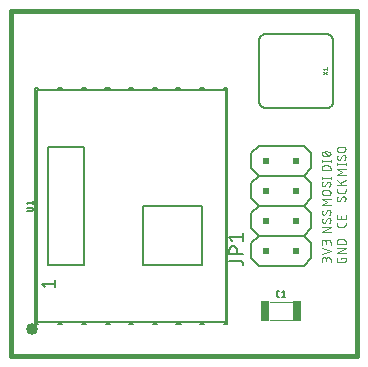
<source format=gto>
G04 EAGLE Gerber X2 export*
G75*
%MOMM*%
%FSLAX34Y34*%
%LPD*%
%AMOC8*
5,1,8,0,0,1.08239X$1,22.5*%
G01*
%ADD10C,0.406400*%
%ADD11C,0.076200*%
%ADD12C,0.127000*%
%ADD13C,0.203200*%
%ADD14C,0.152400*%
%ADD15C,1.016000*%
%ADD16C,0.101600*%
%ADD17R,0.750100X1.700000*%
%ADD18R,0.508000X0.508000*%


D10*
X0Y0D02*
X292610Y0D01*
X292610Y292000D01*
X0Y292000D01*
X0Y0D01*
D11*
X281446Y134982D02*
X281524Y134980D01*
X281602Y134975D01*
X281679Y134965D01*
X281756Y134952D01*
X281832Y134936D01*
X281907Y134916D01*
X281981Y134892D01*
X282054Y134865D01*
X282126Y134834D01*
X282196Y134800D01*
X282265Y134763D01*
X282331Y134722D01*
X282396Y134678D01*
X282458Y134632D01*
X282518Y134582D01*
X282576Y134530D01*
X282631Y134475D01*
X282683Y134417D01*
X282733Y134357D01*
X282779Y134295D01*
X282823Y134230D01*
X282864Y134164D01*
X282901Y134095D01*
X282935Y134025D01*
X282966Y133953D01*
X282993Y133880D01*
X283017Y133806D01*
X283037Y133731D01*
X283053Y133655D01*
X283066Y133578D01*
X283076Y133501D01*
X283081Y133423D01*
X283083Y133345D01*
X283081Y133231D01*
X283076Y133118D01*
X283066Y133004D01*
X283053Y132891D01*
X283036Y132779D01*
X283016Y132667D01*
X282992Y132556D01*
X282964Y132445D01*
X282933Y132336D01*
X282898Y132228D01*
X282859Y132121D01*
X282817Y132015D01*
X282772Y131911D01*
X282723Y131808D01*
X282670Y131707D01*
X282615Y131608D01*
X282556Y131510D01*
X282494Y131415D01*
X282429Y131322D01*
X282361Y131230D01*
X282290Y131142D01*
X282216Y131055D01*
X282139Y130971D01*
X282060Y130890D01*
X277354Y131094D02*
X277276Y131096D01*
X277198Y131101D01*
X277121Y131111D01*
X277044Y131124D01*
X276968Y131140D01*
X276893Y131160D01*
X276819Y131184D01*
X276746Y131211D01*
X276674Y131242D01*
X276604Y131276D01*
X276536Y131313D01*
X276469Y131354D01*
X276404Y131398D01*
X276342Y131444D01*
X276282Y131494D01*
X276224Y131546D01*
X276169Y131601D01*
X276117Y131659D01*
X276067Y131719D01*
X276021Y131781D01*
X275977Y131846D01*
X275936Y131913D01*
X275899Y131981D01*
X275865Y132051D01*
X275834Y132123D01*
X275807Y132196D01*
X275783Y132270D01*
X275763Y132345D01*
X275747Y132421D01*
X275734Y132498D01*
X275724Y132575D01*
X275719Y132653D01*
X275717Y132731D01*
X275719Y132841D01*
X275725Y132950D01*
X275735Y133060D01*
X275748Y133168D01*
X275766Y133277D01*
X275787Y133384D01*
X275813Y133491D01*
X275842Y133597D01*
X275874Y133702D01*
X275911Y133805D01*
X275951Y133907D01*
X275995Y134008D01*
X276043Y134107D01*
X276093Y134204D01*
X276148Y134299D01*
X276206Y134392D01*
X276267Y134483D01*
X276331Y134572D01*
X278786Y131913D02*
X278744Y131847D01*
X278700Y131782D01*
X278652Y131720D01*
X278602Y131660D01*
X278549Y131602D01*
X278493Y131547D01*
X278435Y131494D01*
X278374Y131445D01*
X278311Y131398D01*
X278246Y131354D01*
X278179Y131314D01*
X278110Y131277D01*
X278039Y131243D01*
X277967Y131212D01*
X277893Y131185D01*
X277818Y131161D01*
X277743Y131141D01*
X277666Y131125D01*
X277589Y131112D01*
X277511Y131102D01*
X277432Y131097D01*
X277354Y131095D01*
X280013Y134163D02*
X280055Y134230D01*
X280099Y134295D01*
X280147Y134357D01*
X280197Y134417D01*
X280250Y134475D01*
X280306Y134530D01*
X280365Y134582D01*
X280425Y134632D01*
X280489Y134679D01*
X280554Y134722D01*
X280621Y134763D01*
X280690Y134800D01*
X280761Y134834D01*
X280833Y134865D01*
X280907Y134892D01*
X280981Y134916D01*
X281057Y134936D01*
X281134Y134952D01*
X281211Y134965D01*
X281289Y134975D01*
X281368Y134980D01*
X281446Y134982D01*
X280014Y134163D02*
X278786Y131913D01*
X283083Y139575D02*
X283083Y141212D01*
X283083Y139575D02*
X283081Y139497D01*
X283076Y139419D01*
X283066Y139342D01*
X283053Y139265D01*
X283037Y139189D01*
X283017Y139114D01*
X282993Y139040D01*
X282966Y138967D01*
X282935Y138895D01*
X282901Y138825D01*
X282864Y138757D01*
X282823Y138690D01*
X282779Y138625D01*
X282733Y138563D01*
X282683Y138503D01*
X282631Y138445D01*
X282576Y138390D01*
X282518Y138338D01*
X282458Y138288D01*
X282396Y138242D01*
X282331Y138198D01*
X282265Y138157D01*
X282196Y138120D01*
X282126Y138086D01*
X282054Y138055D01*
X281981Y138028D01*
X281907Y138004D01*
X281832Y137984D01*
X281756Y137968D01*
X281679Y137955D01*
X281602Y137945D01*
X281524Y137940D01*
X281446Y137938D01*
X277354Y137938D01*
X277274Y137940D01*
X277194Y137946D01*
X277114Y137956D01*
X277035Y137969D01*
X276956Y137987D01*
X276879Y138008D01*
X276803Y138034D01*
X276728Y138063D01*
X276654Y138095D01*
X276582Y138131D01*
X276512Y138171D01*
X276445Y138214D01*
X276379Y138260D01*
X276316Y138310D01*
X276255Y138362D01*
X276196Y138417D01*
X276141Y138476D01*
X276089Y138536D01*
X276039Y138600D01*
X275993Y138665D01*
X275950Y138733D01*
X275910Y138803D01*
X275874Y138875D01*
X275842Y138949D01*
X275813Y139023D01*
X275788Y139100D01*
X275766Y139177D01*
X275748Y139256D01*
X275735Y139335D01*
X275725Y139414D01*
X275719Y139495D01*
X275717Y139575D01*
X275717Y141212D01*
X275717Y144418D02*
X283083Y144418D01*
X280218Y144418D02*
X275717Y148511D01*
X278582Y146055D02*
X283083Y148511D01*
X270383Y127700D02*
X263017Y127700D01*
X267109Y130155D01*
X263017Y132611D01*
X270383Y132611D01*
X268337Y136156D02*
X265063Y136156D01*
X264974Y136158D01*
X264885Y136164D01*
X264796Y136174D01*
X264708Y136187D01*
X264620Y136204D01*
X264533Y136226D01*
X264448Y136251D01*
X264363Y136279D01*
X264280Y136312D01*
X264198Y136348D01*
X264118Y136387D01*
X264040Y136430D01*
X263964Y136476D01*
X263889Y136526D01*
X263817Y136579D01*
X263748Y136635D01*
X263681Y136694D01*
X263616Y136755D01*
X263555Y136820D01*
X263496Y136887D01*
X263440Y136956D01*
X263387Y137028D01*
X263337Y137103D01*
X263291Y137179D01*
X263248Y137257D01*
X263209Y137337D01*
X263173Y137419D01*
X263140Y137502D01*
X263112Y137587D01*
X263087Y137672D01*
X263065Y137759D01*
X263048Y137847D01*
X263035Y137935D01*
X263025Y138024D01*
X263019Y138113D01*
X263017Y138202D01*
X263019Y138291D01*
X263025Y138380D01*
X263035Y138469D01*
X263048Y138557D01*
X263065Y138645D01*
X263087Y138732D01*
X263112Y138817D01*
X263140Y138902D01*
X263173Y138985D01*
X263209Y139067D01*
X263248Y139147D01*
X263291Y139225D01*
X263337Y139301D01*
X263387Y139376D01*
X263440Y139448D01*
X263496Y139517D01*
X263555Y139584D01*
X263616Y139649D01*
X263681Y139710D01*
X263748Y139769D01*
X263817Y139825D01*
X263889Y139878D01*
X263964Y139928D01*
X264040Y139974D01*
X264118Y140017D01*
X264198Y140056D01*
X264280Y140092D01*
X264363Y140125D01*
X264448Y140153D01*
X264533Y140178D01*
X264620Y140200D01*
X264708Y140217D01*
X264796Y140230D01*
X264885Y140240D01*
X264974Y140246D01*
X265063Y140248D01*
X268337Y140248D01*
X268426Y140246D01*
X268515Y140240D01*
X268604Y140230D01*
X268692Y140217D01*
X268780Y140200D01*
X268867Y140178D01*
X268952Y140153D01*
X269037Y140125D01*
X269120Y140092D01*
X269202Y140056D01*
X269282Y140017D01*
X269360Y139974D01*
X269436Y139928D01*
X269511Y139878D01*
X269583Y139825D01*
X269652Y139769D01*
X269719Y139710D01*
X269784Y139649D01*
X269845Y139584D01*
X269904Y139517D01*
X269960Y139448D01*
X270013Y139376D01*
X270063Y139301D01*
X270109Y139225D01*
X270152Y139147D01*
X270191Y139067D01*
X270227Y138985D01*
X270260Y138902D01*
X270288Y138817D01*
X270313Y138732D01*
X270335Y138645D01*
X270352Y138557D01*
X270365Y138469D01*
X270375Y138380D01*
X270381Y138291D01*
X270383Y138202D01*
X270381Y138113D01*
X270375Y138024D01*
X270365Y137935D01*
X270352Y137847D01*
X270335Y137759D01*
X270313Y137672D01*
X270288Y137587D01*
X270260Y137502D01*
X270227Y137419D01*
X270191Y137337D01*
X270152Y137257D01*
X270109Y137179D01*
X270063Y137103D01*
X270013Y137028D01*
X269960Y136956D01*
X269904Y136887D01*
X269845Y136820D01*
X269784Y136755D01*
X269719Y136694D01*
X269652Y136635D01*
X269583Y136579D01*
X269511Y136526D01*
X269436Y136476D01*
X269360Y136430D01*
X269282Y136387D01*
X269202Y136348D01*
X269120Y136312D01*
X269037Y136279D01*
X268952Y136251D01*
X268867Y136226D01*
X268780Y136204D01*
X268692Y136187D01*
X268604Y136174D01*
X268515Y136164D01*
X268426Y136158D01*
X268337Y136156D01*
X270383Y145683D02*
X270381Y145761D01*
X270376Y145839D01*
X270366Y145916D01*
X270353Y145993D01*
X270337Y146069D01*
X270317Y146144D01*
X270293Y146218D01*
X270266Y146291D01*
X270235Y146363D01*
X270201Y146433D01*
X270164Y146502D01*
X270123Y146568D01*
X270079Y146633D01*
X270033Y146695D01*
X269983Y146755D01*
X269931Y146813D01*
X269876Y146868D01*
X269818Y146920D01*
X269758Y146970D01*
X269696Y147016D01*
X269631Y147060D01*
X269565Y147101D01*
X269496Y147138D01*
X269426Y147172D01*
X269354Y147203D01*
X269281Y147230D01*
X269207Y147254D01*
X269132Y147274D01*
X269056Y147290D01*
X268979Y147303D01*
X268902Y147313D01*
X268824Y147318D01*
X268746Y147320D01*
X270383Y145683D02*
X270381Y145569D01*
X270376Y145456D01*
X270366Y145342D01*
X270353Y145229D01*
X270336Y145117D01*
X270316Y145005D01*
X270292Y144894D01*
X270264Y144783D01*
X270233Y144674D01*
X270198Y144566D01*
X270159Y144459D01*
X270117Y144353D01*
X270072Y144249D01*
X270023Y144146D01*
X269970Y144045D01*
X269915Y143946D01*
X269856Y143848D01*
X269794Y143753D01*
X269729Y143660D01*
X269661Y143568D01*
X269590Y143480D01*
X269516Y143393D01*
X269439Y143309D01*
X269360Y143228D01*
X264654Y143432D02*
X264576Y143434D01*
X264498Y143439D01*
X264421Y143449D01*
X264344Y143462D01*
X264268Y143478D01*
X264193Y143498D01*
X264119Y143522D01*
X264046Y143549D01*
X263974Y143580D01*
X263904Y143614D01*
X263836Y143651D01*
X263769Y143692D01*
X263704Y143736D01*
X263642Y143782D01*
X263582Y143832D01*
X263524Y143884D01*
X263469Y143939D01*
X263417Y143997D01*
X263367Y144057D01*
X263321Y144119D01*
X263277Y144184D01*
X263236Y144251D01*
X263199Y144319D01*
X263165Y144389D01*
X263134Y144461D01*
X263107Y144534D01*
X263083Y144608D01*
X263063Y144683D01*
X263047Y144759D01*
X263034Y144836D01*
X263024Y144913D01*
X263019Y144991D01*
X263017Y145069D01*
X263019Y145179D01*
X263025Y145288D01*
X263035Y145398D01*
X263048Y145506D01*
X263066Y145615D01*
X263087Y145722D01*
X263113Y145829D01*
X263142Y145935D01*
X263174Y146040D01*
X263211Y146143D01*
X263251Y146245D01*
X263295Y146346D01*
X263343Y146445D01*
X263393Y146542D01*
X263448Y146637D01*
X263506Y146730D01*
X263567Y146821D01*
X263631Y146910D01*
X266086Y144250D02*
X266044Y144184D01*
X266000Y144119D01*
X265952Y144057D01*
X265902Y143997D01*
X265849Y143939D01*
X265793Y143884D01*
X265735Y143831D01*
X265674Y143782D01*
X265611Y143735D01*
X265546Y143691D01*
X265479Y143651D01*
X265410Y143614D01*
X265339Y143580D01*
X265267Y143549D01*
X265193Y143522D01*
X265118Y143498D01*
X265043Y143478D01*
X264966Y143462D01*
X264889Y143449D01*
X264811Y143439D01*
X264732Y143434D01*
X264654Y143432D01*
X267313Y146501D02*
X267355Y146568D01*
X267399Y146633D01*
X267447Y146695D01*
X267497Y146755D01*
X267550Y146813D01*
X267606Y146868D01*
X267665Y146920D01*
X267725Y146970D01*
X267789Y147017D01*
X267854Y147060D01*
X267921Y147101D01*
X267990Y147138D01*
X268061Y147172D01*
X268133Y147203D01*
X268207Y147230D01*
X268281Y147254D01*
X268357Y147274D01*
X268434Y147290D01*
X268511Y147303D01*
X268589Y147313D01*
X268668Y147318D01*
X268746Y147320D01*
X267314Y146501D02*
X266086Y144250D01*
X263017Y150882D02*
X270383Y150882D01*
X270383Y151700D02*
X270383Y150063D01*
X263017Y150063D02*
X263017Y151700D01*
X263017Y157080D02*
X270383Y157080D01*
X263017Y157080D02*
X263017Y159126D01*
X263019Y159215D01*
X263025Y159304D01*
X263035Y159393D01*
X263048Y159481D01*
X263065Y159569D01*
X263087Y159656D01*
X263112Y159741D01*
X263140Y159826D01*
X263173Y159909D01*
X263209Y159991D01*
X263248Y160071D01*
X263291Y160149D01*
X263337Y160225D01*
X263387Y160300D01*
X263440Y160372D01*
X263496Y160441D01*
X263555Y160508D01*
X263616Y160573D01*
X263681Y160634D01*
X263748Y160693D01*
X263817Y160749D01*
X263889Y160802D01*
X263964Y160852D01*
X264040Y160898D01*
X264118Y160941D01*
X264198Y160980D01*
X264280Y161016D01*
X264363Y161049D01*
X264448Y161077D01*
X264533Y161102D01*
X264620Y161124D01*
X264708Y161141D01*
X264796Y161154D01*
X264885Y161164D01*
X264974Y161170D01*
X265063Y161172D01*
X268337Y161172D01*
X268426Y161170D01*
X268515Y161164D01*
X268604Y161154D01*
X268692Y161141D01*
X268780Y161124D01*
X268867Y161102D01*
X268952Y161077D01*
X269037Y161049D01*
X269120Y161016D01*
X269202Y160980D01*
X269282Y160941D01*
X269360Y160898D01*
X269436Y160852D01*
X269511Y160802D01*
X269583Y160749D01*
X269652Y160693D01*
X269719Y160634D01*
X269784Y160573D01*
X269845Y160508D01*
X269904Y160441D01*
X269960Y160372D01*
X270013Y160300D01*
X270063Y160225D01*
X270109Y160149D01*
X270152Y160071D01*
X270191Y159991D01*
X270227Y159909D01*
X270260Y159826D01*
X270288Y159741D01*
X270313Y159656D01*
X270335Y159569D01*
X270352Y159481D01*
X270365Y159393D01*
X270375Y159304D01*
X270381Y159215D01*
X270383Y159126D01*
X270383Y157080D01*
X270383Y165222D02*
X263017Y165222D01*
X270383Y164403D02*
X270383Y166040D01*
X263017Y166040D02*
X263017Y164403D01*
X264040Y169642D02*
X264179Y169576D01*
X264318Y169515D01*
X264460Y169456D01*
X264603Y169402D01*
X264747Y169351D01*
X264892Y169303D01*
X265039Y169260D01*
X265187Y169220D01*
X265335Y169183D01*
X265485Y169151D01*
X265635Y169122D01*
X265786Y169097D01*
X265937Y169076D01*
X266089Y169059D01*
X266242Y169045D01*
X266394Y169036D01*
X266547Y169030D01*
X266700Y169028D01*
X264040Y169642D02*
X263970Y169668D01*
X263900Y169698D01*
X263833Y169731D01*
X263767Y169767D01*
X263703Y169806D01*
X263641Y169849D01*
X263582Y169895D01*
X263524Y169943D01*
X263470Y169994D01*
X263417Y170048D01*
X263368Y170105D01*
X263321Y170164D01*
X263278Y170225D01*
X263237Y170288D01*
X263200Y170353D01*
X263165Y170420D01*
X263135Y170489D01*
X263107Y170559D01*
X263084Y170630D01*
X263063Y170702D01*
X263047Y170775D01*
X263034Y170849D01*
X263024Y170924D01*
X263019Y170999D01*
X263017Y171074D01*
X263019Y171149D01*
X263024Y171224D01*
X263034Y171299D01*
X263047Y171373D01*
X263063Y171446D01*
X263084Y171518D01*
X263107Y171589D01*
X263135Y171659D01*
X263165Y171728D01*
X263200Y171795D01*
X263237Y171860D01*
X263278Y171923D01*
X263321Y171984D01*
X263368Y172043D01*
X263417Y172100D01*
X263470Y172154D01*
X263524Y172205D01*
X263582Y172254D01*
X263641Y172299D01*
X263703Y172342D01*
X263767Y172381D01*
X263833Y172418D01*
X263901Y172450D01*
X263970Y172480D01*
X264040Y172506D01*
X264178Y172571D01*
X264318Y172633D01*
X264460Y172691D01*
X264603Y172746D01*
X264747Y172797D01*
X264892Y172845D01*
X265039Y172888D01*
X265186Y172928D01*
X265335Y172965D01*
X265485Y172997D01*
X265635Y173026D01*
X265786Y173051D01*
X265937Y173072D01*
X266089Y173089D01*
X266242Y173103D01*
X266394Y173112D01*
X266547Y173118D01*
X266700Y173120D01*
X266700Y169028D02*
X266853Y169030D01*
X267006Y169036D01*
X267158Y169045D01*
X267311Y169059D01*
X267463Y169076D01*
X267614Y169097D01*
X267765Y169122D01*
X267915Y169151D01*
X268065Y169183D01*
X268213Y169220D01*
X268361Y169260D01*
X268508Y169303D01*
X268653Y169351D01*
X268797Y169402D01*
X268940Y169456D01*
X269082Y169515D01*
X269221Y169576D01*
X269360Y169642D01*
X269431Y169668D01*
X269500Y169698D01*
X269567Y169731D01*
X269633Y169767D01*
X269697Y169806D01*
X269759Y169849D01*
X269818Y169895D01*
X269876Y169943D01*
X269930Y169994D01*
X269983Y170048D01*
X270032Y170105D01*
X270079Y170164D01*
X270122Y170225D01*
X270163Y170288D01*
X270200Y170353D01*
X270235Y170420D01*
X270265Y170489D01*
X270293Y170559D01*
X270316Y170630D01*
X270337Y170702D01*
X270353Y170775D01*
X270366Y170849D01*
X270376Y170924D01*
X270381Y170999D01*
X270383Y171074D01*
X269360Y172506D02*
X269222Y172571D01*
X269082Y172633D01*
X268940Y172691D01*
X268797Y172746D01*
X268653Y172797D01*
X268508Y172845D01*
X268361Y172888D01*
X268214Y172928D01*
X268065Y172965D01*
X267915Y172997D01*
X267765Y173026D01*
X267614Y173051D01*
X267463Y173072D01*
X267311Y173089D01*
X267158Y173103D01*
X267006Y173112D01*
X266853Y173118D01*
X266700Y173120D01*
X269360Y172506D02*
X269430Y172480D01*
X269500Y172450D01*
X269567Y172417D01*
X269633Y172381D01*
X269697Y172342D01*
X269759Y172299D01*
X269818Y172253D01*
X269876Y172205D01*
X269930Y172154D01*
X269983Y172100D01*
X270032Y172043D01*
X270079Y171984D01*
X270122Y171923D01*
X270163Y171860D01*
X270200Y171795D01*
X270235Y171728D01*
X270265Y171659D01*
X270293Y171589D01*
X270316Y171518D01*
X270337Y171446D01*
X270353Y171373D01*
X270366Y171299D01*
X270376Y171224D01*
X270381Y171149D01*
X270383Y171074D01*
X268746Y169437D02*
X264654Y172711D01*
X270383Y81585D02*
X270383Y79539D01*
X270383Y81585D02*
X270381Y81674D01*
X270375Y81763D01*
X270365Y81852D01*
X270352Y81940D01*
X270335Y82028D01*
X270313Y82115D01*
X270288Y82200D01*
X270260Y82285D01*
X270227Y82368D01*
X270191Y82450D01*
X270152Y82530D01*
X270109Y82608D01*
X270063Y82684D01*
X270013Y82759D01*
X269960Y82831D01*
X269904Y82900D01*
X269845Y82967D01*
X269784Y83032D01*
X269719Y83093D01*
X269652Y83152D01*
X269583Y83208D01*
X269511Y83261D01*
X269436Y83311D01*
X269360Y83357D01*
X269282Y83400D01*
X269202Y83439D01*
X269120Y83475D01*
X269037Y83508D01*
X268952Y83536D01*
X268867Y83561D01*
X268780Y83583D01*
X268692Y83600D01*
X268604Y83613D01*
X268515Y83623D01*
X268426Y83629D01*
X268337Y83631D01*
X268248Y83629D01*
X268159Y83623D01*
X268070Y83613D01*
X267982Y83600D01*
X267894Y83583D01*
X267807Y83561D01*
X267722Y83536D01*
X267637Y83508D01*
X267554Y83475D01*
X267472Y83439D01*
X267392Y83400D01*
X267314Y83357D01*
X267238Y83311D01*
X267163Y83261D01*
X267091Y83208D01*
X267022Y83152D01*
X266955Y83093D01*
X266890Y83032D01*
X266829Y82967D01*
X266770Y82900D01*
X266714Y82831D01*
X266661Y82759D01*
X266611Y82684D01*
X266565Y82608D01*
X266522Y82530D01*
X266483Y82450D01*
X266447Y82368D01*
X266414Y82285D01*
X266386Y82200D01*
X266361Y82115D01*
X266339Y82028D01*
X266322Y81940D01*
X266309Y81852D01*
X266299Y81763D01*
X266293Y81674D01*
X266291Y81585D01*
X263017Y81994D02*
X263017Y79539D01*
X263017Y81994D02*
X263019Y82073D01*
X263025Y82152D01*
X263034Y82231D01*
X263047Y82309D01*
X263065Y82386D01*
X263085Y82462D01*
X263110Y82537D01*
X263138Y82611D01*
X263169Y82684D01*
X263205Y82755D01*
X263243Y82824D01*
X263285Y82891D01*
X263330Y82956D01*
X263378Y83019D01*
X263429Y83080D01*
X263483Y83137D01*
X263539Y83193D01*
X263598Y83245D01*
X263660Y83295D01*
X263724Y83341D01*
X263790Y83385D01*
X263858Y83425D01*
X263928Y83461D01*
X264000Y83495D01*
X264074Y83525D01*
X264148Y83551D01*
X264224Y83574D01*
X264301Y83592D01*
X264378Y83608D01*
X264457Y83619D01*
X264535Y83627D01*
X264614Y83631D01*
X264694Y83631D01*
X264773Y83627D01*
X264851Y83619D01*
X264930Y83608D01*
X265007Y83592D01*
X265084Y83574D01*
X265160Y83551D01*
X265234Y83525D01*
X265308Y83495D01*
X265380Y83461D01*
X265450Y83425D01*
X265518Y83385D01*
X265584Y83341D01*
X265648Y83295D01*
X265710Y83245D01*
X265769Y83193D01*
X265825Y83137D01*
X265879Y83080D01*
X265930Y83019D01*
X265978Y82956D01*
X266023Y82891D01*
X266065Y82824D01*
X266103Y82755D01*
X266139Y82684D01*
X266170Y82611D01*
X266198Y82537D01*
X266223Y82462D01*
X266243Y82386D01*
X266261Y82309D01*
X266274Y82231D01*
X266283Y82152D01*
X266289Y82073D01*
X266291Y81994D01*
X266291Y80357D01*
X263017Y86445D02*
X270383Y88900D01*
X263017Y91355D01*
X270383Y94169D02*
X270383Y96215D01*
X270381Y96304D01*
X270375Y96393D01*
X270365Y96482D01*
X270352Y96570D01*
X270335Y96658D01*
X270313Y96745D01*
X270288Y96830D01*
X270260Y96915D01*
X270227Y96998D01*
X270191Y97080D01*
X270152Y97160D01*
X270109Y97238D01*
X270063Y97314D01*
X270013Y97389D01*
X269960Y97461D01*
X269904Y97530D01*
X269845Y97597D01*
X269784Y97662D01*
X269719Y97723D01*
X269652Y97782D01*
X269583Y97838D01*
X269511Y97891D01*
X269436Y97941D01*
X269360Y97987D01*
X269282Y98030D01*
X269202Y98069D01*
X269120Y98105D01*
X269037Y98138D01*
X268952Y98166D01*
X268867Y98191D01*
X268780Y98213D01*
X268692Y98230D01*
X268604Y98243D01*
X268515Y98253D01*
X268426Y98259D01*
X268337Y98261D01*
X268248Y98259D01*
X268159Y98253D01*
X268070Y98243D01*
X267982Y98230D01*
X267894Y98213D01*
X267807Y98191D01*
X267722Y98166D01*
X267637Y98138D01*
X267554Y98105D01*
X267472Y98069D01*
X267392Y98030D01*
X267314Y97987D01*
X267238Y97941D01*
X267163Y97891D01*
X267091Y97838D01*
X267022Y97782D01*
X266955Y97723D01*
X266890Y97662D01*
X266829Y97597D01*
X266770Y97530D01*
X266714Y97461D01*
X266661Y97389D01*
X266611Y97314D01*
X266565Y97238D01*
X266522Y97160D01*
X266483Y97080D01*
X266447Y96998D01*
X266414Y96915D01*
X266386Y96830D01*
X266361Y96745D01*
X266339Y96658D01*
X266322Y96570D01*
X266309Y96482D01*
X266299Y96393D01*
X266293Y96304D01*
X266291Y96215D01*
X263017Y96624D02*
X263017Y94169D01*
X263017Y96624D02*
X263019Y96703D01*
X263025Y96782D01*
X263034Y96861D01*
X263047Y96939D01*
X263065Y97016D01*
X263085Y97092D01*
X263110Y97167D01*
X263138Y97241D01*
X263169Y97314D01*
X263205Y97385D01*
X263243Y97454D01*
X263285Y97521D01*
X263330Y97586D01*
X263378Y97649D01*
X263429Y97710D01*
X263483Y97767D01*
X263539Y97823D01*
X263598Y97875D01*
X263660Y97925D01*
X263724Y97971D01*
X263790Y98015D01*
X263858Y98055D01*
X263928Y98091D01*
X264000Y98125D01*
X264074Y98155D01*
X264148Y98181D01*
X264224Y98204D01*
X264301Y98222D01*
X264378Y98238D01*
X264457Y98249D01*
X264535Y98257D01*
X264614Y98261D01*
X264694Y98261D01*
X264773Y98257D01*
X264851Y98249D01*
X264930Y98238D01*
X265007Y98222D01*
X265084Y98204D01*
X265160Y98181D01*
X265234Y98155D01*
X265308Y98125D01*
X265380Y98091D01*
X265450Y98055D01*
X265518Y98015D01*
X265584Y97971D01*
X265648Y97925D01*
X265710Y97875D01*
X265769Y97823D01*
X265825Y97767D01*
X265879Y97710D01*
X265930Y97649D01*
X265978Y97586D01*
X266023Y97521D01*
X266065Y97454D01*
X266103Y97385D01*
X266139Y97314D01*
X266170Y97241D01*
X266198Y97167D01*
X266223Y97092D01*
X266243Y97016D01*
X266261Y96939D01*
X266274Y96861D01*
X266283Y96782D01*
X266289Y96703D01*
X266291Y96624D01*
X266291Y94988D01*
X278991Y83143D02*
X278991Y81916D01*
X278991Y83143D02*
X283083Y83143D01*
X283083Y80688D01*
X283081Y80610D01*
X283076Y80532D01*
X283066Y80455D01*
X283053Y80378D01*
X283037Y80302D01*
X283017Y80227D01*
X282993Y80153D01*
X282966Y80080D01*
X282935Y80008D01*
X282901Y79938D01*
X282864Y79870D01*
X282823Y79803D01*
X282779Y79738D01*
X282733Y79676D01*
X282683Y79616D01*
X282631Y79558D01*
X282576Y79503D01*
X282518Y79451D01*
X282458Y79401D01*
X282396Y79355D01*
X282331Y79311D01*
X282265Y79270D01*
X282196Y79233D01*
X282126Y79199D01*
X282054Y79168D01*
X281981Y79141D01*
X281907Y79117D01*
X281832Y79097D01*
X281756Y79081D01*
X281679Y79068D01*
X281602Y79058D01*
X281524Y79053D01*
X281446Y79051D01*
X277354Y79051D01*
X277274Y79053D01*
X277194Y79059D01*
X277114Y79069D01*
X277035Y79082D01*
X276956Y79100D01*
X276879Y79121D01*
X276803Y79147D01*
X276728Y79176D01*
X276654Y79208D01*
X276582Y79244D01*
X276512Y79284D01*
X276445Y79327D01*
X276379Y79373D01*
X276316Y79423D01*
X276255Y79475D01*
X276196Y79530D01*
X276141Y79589D01*
X276089Y79649D01*
X276039Y79713D01*
X275993Y79778D01*
X275950Y79846D01*
X275910Y79916D01*
X275874Y79988D01*
X275842Y80062D01*
X275813Y80136D01*
X275788Y80213D01*
X275766Y80290D01*
X275748Y80369D01*
X275735Y80448D01*
X275725Y80527D01*
X275719Y80608D01*
X275717Y80688D01*
X275717Y83143D01*
X275717Y86854D02*
X283083Y86854D01*
X283083Y90946D02*
X275717Y86854D01*
X275717Y90946D02*
X283083Y90946D01*
X283083Y94657D02*
X275717Y94657D01*
X275717Y96703D01*
X275719Y96792D01*
X275725Y96881D01*
X275735Y96970D01*
X275748Y97058D01*
X275765Y97146D01*
X275787Y97233D01*
X275812Y97318D01*
X275840Y97403D01*
X275873Y97486D01*
X275909Y97568D01*
X275948Y97648D01*
X275991Y97726D01*
X276037Y97802D01*
X276087Y97877D01*
X276140Y97949D01*
X276196Y98018D01*
X276255Y98085D01*
X276316Y98150D01*
X276381Y98211D01*
X276448Y98270D01*
X276517Y98326D01*
X276589Y98379D01*
X276664Y98429D01*
X276740Y98475D01*
X276818Y98518D01*
X276898Y98557D01*
X276980Y98593D01*
X277063Y98626D01*
X277148Y98654D01*
X277233Y98679D01*
X277320Y98701D01*
X277408Y98718D01*
X277496Y98731D01*
X277585Y98741D01*
X277674Y98747D01*
X277763Y98749D01*
X281037Y98749D01*
X281126Y98747D01*
X281215Y98741D01*
X281304Y98731D01*
X281392Y98718D01*
X281480Y98701D01*
X281567Y98679D01*
X281652Y98654D01*
X281737Y98626D01*
X281820Y98593D01*
X281902Y98557D01*
X281982Y98518D01*
X282060Y98475D01*
X282136Y98429D01*
X282211Y98379D01*
X282283Y98326D01*
X282352Y98270D01*
X282419Y98211D01*
X282484Y98150D01*
X282545Y98085D01*
X282604Y98018D01*
X282660Y97949D01*
X282713Y97877D01*
X282763Y97802D01*
X282809Y97726D01*
X282852Y97648D01*
X282891Y97568D01*
X282927Y97486D01*
X282960Y97403D01*
X282988Y97318D01*
X283013Y97233D01*
X283035Y97146D01*
X283052Y97058D01*
X283065Y96970D01*
X283075Y96881D01*
X283081Y96792D01*
X283083Y96703D01*
X283083Y94657D01*
X270383Y105183D02*
X263017Y105183D01*
X270383Y109275D01*
X263017Y109275D01*
X268746Y116590D02*
X268824Y116588D01*
X268902Y116583D01*
X268979Y116573D01*
X269056Y116560D01*
X269132Y116544D01*
X269207Y116524D01*
X269281Y116500D01*
X269354Y116473D01*
X269426Y116442D01*
X269496Y116408D01*
X269565Y116371D01*
X269631Y116330D01*
X269696Y116286D01*
X269758Y116240D01*
X269818Y116190D01*
X269876Y116138D01*
X269931Y116083D01*
X269983Y116025D01*
X270033Y115965D01*
X270079Y115903D01*
X270123Y115838D01*
X270164Y115772D01*
X270201Y115703D01*
X270235Y115633D01*
X270266Y115561D01*
X270293Y115488D01*
X270317Y115414D01*
X270337Y115339D01*
X270353Y115263D01*
X270366Y115186D01*
X270376Y115109D01*
X270381Y115031D01*
X270383Y114953D01*
X270381Y114839D01*
X270376Y114726D01*
X270366Y114612D01*
X270353Y114499D01*
X270336Y114387D01*
X270316Y114275D01*
X270292Y114164D01*
X270264Y114053D01*
X270233Y113944D01*
X270198Y113836D01*
X270159Y113729D01*
X270117Y113623D01*
X270072Y113519D01*
X270023Y113416D01*
X269970Y113315D01*
X269915Y113216D01*
X269856Y113118D01*
X269794Y113023D01*
X269729Y112930D01*
X269661Y112838D01*
X269590Y112750D01*
X269516Y112663D01*
X269439Y112579D01*
X269360Y112498D01*
X264654Y112702D02*
X264576Y112704D01*
X264498Y112709D01*
X264421Y112719D01*
X264344Y112732D01*
X264268Y112748D01*
X264193Y112768D01*
X264119Y112792D01*
X264046Y112819D01*
X263974Y112850D01*
X263904Y112884D01*
X263836Y112921D01*
X263769Y112962D01*
X263704Y113006D01*
X263642Y113052D01*
X263582Y113102D01*
X263524Y113154D01*
X263469Y113209D01*
X263417Y113267D01*
X263367Y113327D01*
X263321Y113389D01*
X263277Y113454D01*
X263236Y113521D01*
X263199Y113589D01*
X263165Y113659D01*
X263134Y113731D01*
X263107Y113804D01*
X263083Y113878D01*
X263063Y113953D01*
X263047Y114029D01*
X263034Y114106D01*
X263024Y114183D01*
X263019Y114261D01*
X263017Y114339D01*
X263019Y114449D01*
X263025Y114558D01*
X263035Y114668D01*
X263048Y114776D01*
X263066Y114885D01*
X263087Y114992D01*
X263113Y115099D01*
X263142Y115205D01*
X263174Y115310D01*
X263211Y115413D01*
X263251Y115515D01*
X263295Y115616D01*
X263343Y115715D01*
X263393Y115812D01*
X263448Y115907D01*
X263506Y116000D01*
X263567Y116091D01*
X263631Y116180D01*
X266086Y113521D02*
X266044Y113455D01*
X266000Y113390D01*
X265952Y113328D01*
X265902Y113268D01*
X265849Y113210D01*
X265793Y113155D01*
X265735Y113102D01*
X265674Y113053D01*
X265611Y113006D01*
X265546Y112962D01*
X265479Y112922D01*
X265410Y112885D01*
X265339Y112851D01*
X265267Y112820D01*
X265193Y112793D01*
X265118Y112769D01*
X265043Y112749D01*
X264966Y112733D01*
X264889Y112720D01*
X264811Y112710D01*
X264732Y112705D01*
X264654Y112703D01*
X267313Y115771D02*
X267355Y115838D01*
X267399Y115903D01*
X267447Y115965D01*
X267497Y116025D01*
X267550Y116083D01*
X267606Y116138D01*
X267665Y116190D01*
X267725Y116240D01*
X267789Y116287D01*
X267854Y116330D01*
X267921Y116371D01*
X267990Y116408D01*
X268061Y116442D01*
X268133Y116473D01*
X268207Y116500D01*
X268281Y116524D01*
X268357Y116544D01*
X268434Y116560D01*
X268511Y116573D01*
X268589Y116583D01*
X268668Y116588D01*
X268746Y116590D01*
X267314Y115771D02*
X266086Y113521D01*
X270383Y121781D02*
X270381Y121859D01*
X270376Y121937D01*
X270366Y122014D01*
X270353Y122091D01*
X270337Y122167D01*
X270317Y122242D01*
X270293Y122316D01*
X270266Y122389D01*
X270235Y122461D01*
X270201Y122531D01*
X270164Y122600D01*
X270123Y122666D01*
X270079Y122731D01*
X270033Y122793D01*
X269983Y122853D01*
X269931Y122911D01*
X269876Y122966D01*
X269818Y123018D01*
X269758Y123068D01*
X269696Y123114D01*
X269631Y123158D01*
X269565Y123199D01*
X269496Y123236D01*
X269426Y123270D01*
X269354Y123301D01*
X269281Y123328D01*
X269207Y123352D01*
X269132Y123372D01*
X269056Y123388D01*
X268979Y123401D01*
X268902Y123411D01*
X268824Y123416D01*
X268746Y123418D01*
X270383Y121781D02*
X270381Y121667D01*
X270376Y121554D01*
X270366Y121440D01*
X270353Y121327D01*
X270336Y121215D01*
X270316Y121103D01*
X270292Y120992D01*
X270264Y120881D01*
X270233Y120772D01*
X270198Y120664D01*
X270159Y120557D01*
X270117Y120451D01*
X270072Y120347D01*
X270023Y120244D01*
X269970Y120143D01*
X269915Y120044D01*
X269856Y119946D01*
X269794Y119851D01*
X269729Y119758D01*
X269661Y119666D01*
X269590Y119578D01*
X269516Y119491D01*
X269439Y119407D01*
X269360Y119326D01*
X264654Y119530D02*
X264576Y119532D01*
X264498Y119537D01*
X264421Y119547D01*
X264344Y119560D01*
X264268Y119576D01*
X264193Y119596D01*
X264119Y119620D01*
X264046Y119647D01*
X263974Y119678D01*
X263904Y119712D01*
X263836Y119749D01*
X263769Y119790D01*
X263704Y119834D01*
X263642Y119880D01*
X263582Y119930D01*
X263524Y119982D01*
X263469Y120037D01*
X263417Y120095D01*
X263367Y120155D01*
X263321Y120217D01*
X263277Y120282D01*
X263236Y120349D01*
X263199Y120417D01*
X263165Y120487D01*
X263134Y120559D01*
X263107Y120632D01*
X263083Y120706D01*
X263063Y120781D01*
X263047Y120857D01*
X263034Y120934D01*
X263024Y121011D01*
X263019Y121089D01*
X263017Y121167D01*
X263019Y121277D01*
X263025Y121386D01*
X263035Y121496D01*
X263048Y121604D01*
X263066Y121713D01*
X263087Y121820D01*
X263113Y121927D01*
X263142Y122033D01*
X263174Y122138D01*
X263211Y122241D01*
X263251Y122343D01*
X263295Y122444D01*
X263343Y122543D01*
X263393Y122640D01*
X263448Y122735D01*
X263506Y122828D01*
X263567Y122919D01*
X263631Y123008D01*
X266086Y120348D02*
X266044Y120282D01*
X266000Y120217D01*
X265952Y120155D01*
X265902Y120095D01*
X265849Y120037D01*
X265793Y119982D01*
X265735Y119929D01*
X265674Y119880D01*
X265611Y119833D01*
X265546Y119789D01*
X265479Y119749D01*
X265410Y119712D01*
X265339Y119678D01*
X265267Y119647D01*
X265193Y119620D01*
X265118Y119596D01*
X265043Y119576D01*
X264966Y119560D01*
X264889Y119547D01*
X264811Y119537D01*
X264732Y119532D01*
X264654Y119530D01*
X267313Y122599D02*
X267355Y122666D01*
X267399Y122731D01*
X267447Y122793D01*
X267497Y122853D01*
X267550Y122911D01*
X267606Y122966D01*
X267665Y123018D01*
X267725Y123068D01*
X267789Y123115D01*
X267854Y123158D01*
X267921Y123199D01*
X267990Y123236D01*
X268061Y123270D01*
X268133Y123301D01*
X268207Y123328D01*
X268281Y123352D01*
X268357Y123372D01*
X268434Y123388D01*
X268511Y123401D01*
X268589Y123411D01*
X268668Y123416D01*
X268746Y123418D01*
X267314Y122599D02*
X266086Y120348D01*
X275717Y153218D02*
X283083Y153218D01*
X279809Y155673D02*
X275717Y153218D01*
X279809Y155673D02*
X275717Y158128D01*
X283083Y158128D01*
X283083Y162257D02*
X275717Y162257D01*
X283083Y161438D02*
X283083Y163075D01*
X275717Y163075D02*
X275717Y161438D01*
X283083Y168274D02*
X283081Y168352D01*
X283076Y168430D01*
X283066Y168507D01*
X283053Y168584D01*
X283037Y168660D01*
X283017Y168735D01*
X282993Y168809D01*
X282966Y168882D01*
X282935Y168954D01*
X282901Y169024D01*
X282864Y169093D01*
X282823Y169159D01*
X282779Y169224D01*
X282733Y169286D01*
X282683Y169346D01*
X282631Y169404D01*
X282576Y169459D01*
X282518Y169511D01*
X282458Y169561D01*
X282396Y169607D01*
X282331Y169651D01*
X282265Y169692D01*
X282196Y169729D01*
X282126Y169763D01*
X282054Y169794D01*
X281981Y169821D01*
X281907Y169845D01*
X281832Y169865D01*
X281756Y169881D01*
X281679Y169894D01*
X281602Y169904D01*
X281524Y169909D01*
X281446Y169911D01*
X283083Y168274D02*
X283081Y168160D01*
X283076Y168047D01*
X283066Y167933D01*
X283053Y167820D01*
X283036Y167708D01*
X283016Y167596D01*
X282992Y167485D01*
X282964Y167374D01*
X282933Y167265D01*
X282898Y167157D01*
X282859Y167050D01*
X282817Y166944D01*
X282772Y166840D01*
X282723Y166737D01*
X282670Y166636D01*
X282615Y166537D01*
X282556Y166439D01*
X282494Y166344D01*
X282429Y166251D01*
X282361Y166159D01*
X282290Y166071D01*
X282216Y165984D01*
X282139Y165900D01*
X282060Y165819D01*
X277354Y166023D02*
X277276Y166025D01*
X277198Y166030D01*
X277121Y166040D01*
X277044Y166053D01*
X276968Y166069D01*
X276893Y166089D01*
X276819Y166113D01*
X276746Y166140D01*
X276674Y166171D01*
X276604Y166205D01*
X276536Y166242D01*
X276469Y166283D01*
X276404Y166327D01*
X276342Y166373D01*
X276282Y166423D01*
X276224Y166475D01*
X276169Y166530D01*
X276117Y166588D01*
X276067Y166648D01*
X276021Y166710D01*
X275977Y166775D01*
X275936Y166842D01*
X275899Y166910D01*
X275865Y166980D01*
X275834Y167052D01*
X275807Y167125D01*
X275783Y167199D01*
X275763Y167274D01*
X275747Y167350D01*
X275734Y167427D01*
X275724Y167504D01*
X275719Y167582D01*
X275717Y167660D01*
X275719Y167770D01*
X275725Y167879D01*
X275735Y167989D01*
X275748Y168097D01*
X275766Y168206D01*
X275787Y168313D01*
X275813Y168420D01*
X275842Y168526D01*
X275874Y168631D01*
X275911Y168734D01*
X275951Y168836D01*
X275995Y168937D01*
X276043Y169036D01*
X276093Y169133D01*
X276148Y169228D01*
X276206Y169321D01*
X276267Y169412D01*
X276331Y169501D01*
X278786Y166842D02*
X278744Y166776D01*
X278700Y166711D01*
X278652Y166649D01*
X278602Y166589D01*
X278549Y166531D01*
X278493Y166476D01*
X278435Y166423D01*
X278374Y166374D01*
X278311Y166327D01*
X278246Y166283D01*
X278179Y166243D01*
X278110Y166206D01*
X278039Y166172D01*
X277967Y166141D01*
X277893Y166114D01*
X277818Y166090D01*
X277743Y166070D01*
X277666Y166054D01*
X277589Y166041D01*
X277511Y166031D01*
X277432Y166026D01*
X277354Y166024D01*
X280013Y169093D02*
X280055Y169160D01*
X280099Y169225D01*
X280147Y169287D01*
X280197Y169347D01*
X280250Y169405D01*
X280306Y169460D01*
X280365Y169512D01*
X280425Y169562D01*
X280489Y169609D01*
X280554Y169652D01*
X280621Y169693D01*
X280690Y169730D01*
X280761Y169764D01*
X280833Y169795D01*
X280907Y169822D01*
X280981Y169846D01*
X281057Y169866D01*
X281134Y169882D01*
X281211Y169895D01*
X281289Y169905D01*
X281368Y169910D01*
X281446Y169912D01*
X280014Y169093D02*
X278786Y166842D01*
X277763Y172890D02*
X281037Y172890D01*
X277763Y172890D02*
X277674Y172892D01*
X277585Y172898D01*
X277496Y172908D01*
X277408Y172921D01*
X277320Y172938D01*
X277233Y172960D01*
X277148Y172985D01*
X277063Y173013D01*
X276980Y173046D01*
X276898Y173082D01*
X276818Y173121D01*
X276740Y173164D01*
X276664Y173210D01*
X276589Y173260D01*
X276517Y173313D01*
X276448Y173369D01*
X276381Y173428D01*
X276316Y173489D01*
X276255Y173554D01*
X276196Y173621D01*
X276140Y173690D01*
X276087Y173762D01*
X276037Y173837D01*
X275991Y173913D01*
X275948Y173991D01*
X275909Y174071D01*
X275873Y174153D01*
X275840Y174236D01*
X275812Y174321D01*
X275787Y174406D01*
X275765Y174493D01*
X275748Y174581D01*
X275735Y174669D01*
X275725Y174758D01*
X275719Y174847D01*
X275717Y174936D01*
X275719Y175025D01*
X275725Y175114D01*
X275735Y175203D01*
X275748Y175291D01*
X275765Y175379D01*
X275787Y175466D01*
X275812Y175551D01*
X275840Y175636D01*
X275873Y175719D01*
X275909Y175801D01*
X275948Y175881D01*
X275991Y175959D01*
X276037Y176035D01*
X276087Y176110D01*
X276140Y176182D01*
X276196Y176251D01*
X276255Y176318D01*
X276316Y176383D01*
X276381Y176444D01*
X276448Y176503D01*
X276517Y176559D01*
X276589Y176612D01*
X276664Y176662D01*
X276740Y176708D01*
X276818Y176751D01*
X276898Y176790D01*
X276980Y176826D01*
X277063Y176859D01*
X277148Y176887D01*
X277233Y176912D01*
X277320Y176934D01*
X277408Y176951D01*
X277496Y176964D01*
X277585Y176974D01*
X277674Y176980D01*
X277763Y176982D01*
X281037Y176982D01*
X281126Y176980D01*
X281215Y176974D01*
X281304Y176964D01*
X281392Y176951D01*
X281480Y176934D01*
X281567Y176912D01*
X281652Y176887D01*
X281737Y176859D01*
X281820Y176826D01*
X281902Y176790D01*
X281982Y176751D01*
X282060Y176708D01*
X282136Y176662D01*
X282211Y176612D01*
X282283Y176559D01*
X282352Y176503D01*
X282419Y176444D01*
X282484Y176383D01*
X282545Y176318D01*
X282604Y176251D01*
X282660Y176182D01*
X282713Y176110D01*
X282763Y176035D01*
X282809Y175959D01*
X282852Y175881D01*
X282891Y175801D01*
X282927Y175719D01*
X282960Y175636D01*
X282988Y175551D01*
X283013Y175466D01*
X283035Y175379D01*
X283052Y175291D01*
X283065Y175203D01*
X283075Y175114D01*
X283081Y175025D01*
X283083Y174936D01*
X283081Y174847D01*
X283075Y174758D01*
X283065Y174669D01*
X283052Y174581D01*
X283035Y174493D01*
X283013Y174406D01*
X282988Y174321D01*
X282960Y174236D01*
X282927Y174153D01*
X282891Y174071D01*
X282852Y173991D01*
X282809Y173913D01*
X282763Y173837D01*
X282713Y173762D01*
X282660Y173690D01*
X282604Y173621D01*
X282545Y173554D01*
X282484Y173489D01*
X282419Y173428D01*
X282352Y173369D01*
X282283Y173313D01*
X282211Y173260D01*
X282136Y173210D01*
X282060Y173164D01*
X281982Y173121D01*
X281902Y173082D01*
X281820Y173046D01*
X281737Y173013D01*
X281652Y172985D01*
X281567Y172960D01*
X281480Y172938D01*
X281392Y172921D01*
X281304Y172908D01*
X281215Y172898D01*
X281126Y172892D01*
X281037Y172890D01*
X283083Y112748D02*
X283083Y111111D01*
X283081Y111033D01*
X283076Y110955D01*
X283066Y110878D01*
X283053Y110801D01*
X283037Y110725D01*
X283017Y110650D01*
X282993Y110576D01*
X282966Y110503D01*
X282935Y110431D01*
X282901Y110361D01*
X282864Y110293D01*
X282823Y110226D01*
X282779Y110161D01*
X282733Y110099D01*
X282683Y110039D01*
X282631Y109981D01*
X282576Y109926D01*
X282518Y109874D01*
X282458Y109824D01*
X282396Y109778D01*
X282331Y109734D01*
X282265Y109693D01*
X282196Y109656D01*
X282126Y109622D01*
X282054Y109591D01*
X281981Y109564D01*
X281907Y109540D01*
X281832Y109520D01*
X281756Y109504D01*
X281679Y109491D01*
X281602Y109481D01*
X281524Y109476D01*
X281446Y109474D01*
X277354Y109474D01*
X277274Y109476D01*
X277194Y109482D01*
X277114Y109492D01*
X277035Y109505D01*
X276956Y109523D01*
X276879Y109544D01*
X276803Y109570D01*
X276728Y109599D01*
X276654Y109631D01*
X276582Y109667D01*
X276512Y109707D01*
X276445Y109750D01*
X276379Y109796D01*
X276316Y109846D01*
X276255Y109898D01*
X276196Y109953D01*
X276141Y110012D01*
X276089Y110072D01*
X276039Y110136D01*
X275993Y110201D01*
X275950Y110269D01*
X275910Y110339D01*
X275874Y110411D01*
X275842Y110485D01*
X275813Y110559D01*
X275788Y110636D01*
X275766Y110713D01*
X275748Y110792D01*
X275735Y110871D01*
X275725Y110950D01*
X275719Y111031D01*
X275717Y111111D01*
X275717Y112748D01*
X283083Y115852D02*
X283083Y119126D01*
X283083Y115852D02*
X275717Y115852D01*
X275717Y119126D01*
X278991Y118308D02*
X278991Y115852D01*
D12*
X21600Y28500D02*
X21600Y225500D01*
X181600Y225500D02*
X181600Y28500D01*
D13*
X161600Y77000D02*
X111600Y77000D01*
X161600Y77000D02*
X161600Y127000D01*
X111600Y127000D01*
X111600Y77000D01*
X61600Y77000D02*
X31600Y77000D01*
X61600Y77000D02*
X61600Y177000D01*
X31600Y177000D01*
X31600Y77000D01*
D14*
X26162Y61016D02*
X28646Y57912D01*
X26162Y61016D02*
X37338Y61016D01*
X37338Y57912D02*
X37338Y64121D01*
D12*
X17074Y122825D02*
X13589Y122825D01*
X17074Y122824D02*
X17145Y122826D01*
X17217Y122832D01*
X17287Y122841D01*
X17357Y122854D01*
X17427Y122871D01*
X17495Y122892D01*
X17562Y122916D01*
X17628Y122944D01*
X17692Y122975D01*
X17755Y123010D01*
X17815Y123048D01*
X17874Y123089D01*
X17930Y123133D01*
X17984Y123180D01*
X18035Y123229D01*
X18083Y123282D01*
X18129Y123337D01*
X18171Y123394D01*
X18211Y123454D01*
X18247Y123515D01*
X18280Y123579D01*
X18309Y123644D01*
X18335Y123710D01*
X18358Y123778D01*
X18377Y123847D01*
X18392Y123917D01*
X18403Y123987D01*
X18411Y124058D01*
X18415Y124129D01*
X18415Y124201D01*
X18411Y124272D01*
X18403Y124343D01*
X18392Y124413D01*
X18377Y124483D01*
X18358Y124552D01*
X18335Y124620D01*
X18309Y124686D01*
X18280Y124751D01*
X18247Y124815D01*
X18211Y124876D01*
X18171Y124936D01*
X18129Y124993D01*
X18083Y125048D01*
X18035Y125101D01*
X17984Y125150D01*
X17930Y125197D01*
X17874Y125241D01*
X17815Y125282D01*
X17755Y125320D01*
X17692Y125355D01*
X17628Y125386D01*
X17562Y125414D01*
X17495Y125438D01*
X17427Y125459D01*
X17357Y125476D01*
X17287Y125489D01*
X17217Y125498D01*
X17145Y125504D01*
X17074Y125506D01*
X13589Y125506D01*
X14661Y128494D02*
X13589Y129835D01*
X18415Y129835D01*
X18415Y131175D02*
X18415Y128494D01*
D13*
X20330Y226770D02*
X20330Y27230D01*
D12*
X21600Y28500D02*
X181600Y28500D01*
X181600Y225500D02*
X21600Y225500D01*
D13*
X182870Y226770D02*
X182870Y27230D01*
D15*
X17790Y22650D03*
D13*
X180350Y27230D02*
X182870Y27230D01*
X22850Y27230D02*
X20330Y27230D01*
X39878Y27230D02*
X43434Y27230D01*
X59878Y27230D02*
X63434Y27230D01*
X79878Y27230D02*
X83434Y27230D01*
X99878Y27230D02*
X103434Y27230D01*
X119878Y27230D02*
X123434Y27230D01*
X139878Y27230D02*
X143434Y27230D01*
X159878Y27230D02*
X163434Y27230D01*
X163322Y226770D02*
X159766Y226770D01*
X143322Y226770D02*
X139766Y226770D01*
X123322Y226770D02*
X119766Y226770D01*
X103322Y226770D02*
X99766Y226770D01*
X83322Y226770D02*
X79766Y226770D01*
X63322Y226770D02*
X59766Y226770D01*
X43322Y226770D02*
X39766Y226770D01*
X180350Y226770D02*
X182870Y226770D01*
X22850Y226770D02*
X20330Y226770D01*
D16*
X218950Y45970D02*
X238250Y45970D01*
X238250Y30230D02*
X218950Y30230D01*
D12*
X226032Y50165D02*
X227104Y50165D01*
X226032Y50165D02*
X225967Y50167D01*
X225903Y50173D01*
X225839Y50183D01*
X225775Y50196D01*
X225713Y50214D01*
X225652Y50235D01*
X225592Y50259D01*
X225534Y50288D01*
X225477Y50320D01*
X225423Y50355D01*
X225371Y50393D01*
X225321Y50435D01*
X225274Y50479D01*
X225230Y50526D01*
X225188Y50576D01*
X225150Y50628D01*
X225115Y50682D01*
X225083Y50739D01*
X225054Y50797D01*
X225030Y50857D01*
X225009Y50918D01*
X224991Y50980D01*
X224978Y51044D01*
X224968Y51108D01*
X224962Y51172D01*
X224960Y51237D01*
X224959Y51237D02*
X224959Y53919D01*
X224960Y53919D02*
X224962Y53984D01*
X224968Y54048D01*
X224978Y54112D01*
X224991Y54176D01*
X225009Y54238D01*
X225030Y54299D01*
X225054Y54359D01*
X225083Y54417D01*
X225115Y54474D01*
X225150Y54528D01*
X225188Y54580D01*
X225230Y54630D01*
X225274Y54677D01*
X225321Y54721D01*
X225371Y54763D01*
X225423Y54801D01*
X225477Y54836D01*
X225534Y54868D01*
X225592Y54897D01*
X225652Y54921D01*
X225713Y54942D01*
X225775Y54960D01*
X225839Y54973D01*
X225903Y54983D01*
X225967Y54989D01*
X226032Y54991D01*
X227104Y54991D01*
X229560Y53919D02*
X230900Y54991D01*
X230900Y50165D01*
X229560Y50165D02*
X232241Y50165D01*
D17*
X215333Y38091D03*
X241868Y38109D03*
D13*
X272800Y266500D02*
X272798Y266657D01*
X272792Y266814D01*
X272782Y266971D01*
X272769Y267127D01*
X272751Y267283D01*
X272730Y267439D01*
X272704Y267594D01*
X272675Y267748D01*
X272642Y267902D01*
X272605Y268055D01*
X272565Y268206D01*
X272520Y268357D01*
X272472Y268506D01*
X272420Y268655D01*
X272365Y268802D01*
X272305Y268947D01*
X272242Y269091D01*
X272176Y269233D01*
X272106Y269374D01*
X272033Y269513D01*
X271956Y269650D01*
X271876Y269785D01*
X271792Y269918D01*
X271705Y270049D01*
X271615Y270178D01*
X271522Y270304D01*
X271426Y270428D01*
X271326Y270550D01*
X271224Y270669D01*
X271118Y270785D01*
X271010Y270899D01*
X270899Y271010D01*
X270785Y271118D01*
X270669Y271224D01*
X270550Y271326D01*
X270428Y271426D01*
X270304Y271522D01*
X270178Y271615D01*
X270049Y271705D01*
X269918Y271792D01*
X269785Y271876D01*
X269650Y271956D01*
X269513Y272033D01*
X269374Y272106D01*
X269233Y272176D01*
X269091Y272242D01*
X268947Y272305D01*
X268802Y272365D01*
X268655Y272420D01*
X268506Y272472D01*
X268357Y272520D01*
X268206Y272565D01*
X268055Y272605D01*
X267902Y272642D01*
X267748Y272675D01*
X267594Y272704D01*
X267439Y272730D01*
X267283Y272751D01*
X267127Y272769D01*
X266971Y272782D01*
X266814Y272792D01*
X266657Y272798D01*
X266500Y272800D01*
X272800Y266500D02*
X272800Y216100D01*
X272798Y215943D01*
X272792Y215786D01*
X272782Y215629D01*
X272769Y215473D01*
X272751Y215317D01*
X272730Y215161D01*
X272704Y215006D01*
X272675Y214852D01*
X272642Y214698D01*
X272605Y214545D01*
X272565Y214394D01*
X272520Y214243D01*
X272472Y214094D01*
X272420Y213945D01*
X272365Y213798D01*
X272305Y213653D01*
X272242Y213509D01*
X272176Y213367D01*
X272106Y213226D01*
X272033Y213087D01*
X271956Y212950D01*
X271876Y212815D01*
X271792Y212682D01*
X271705Y212551D01*
X271615Y212422D01*
X271522Y212296D01*
X271426Y212172D01*
X271326Y212050D01*
X271224Y211931D01*
X271118Y211815D01*
X271010Y211701D01*
X270899Y211590D01*
X270785Y211482D01*
X270669Y211376D01*
X270550Y211274D01*
X270428Y211174D01*
X270304Y211078D01*
X270178Y210985D01*
X270049Y210895D01*
X269918Y210808D01*
X269785Y210724D01*
X269650Y210644D01*
X269513Y210567D01*
X269374Y210494D01*
X269233Y210424D01*
X269091Y210358D01*
X268947Y210295D01*
X268802Y210235D01*
X268655Y210180D01*
X268506Y210128D01*
X268357Y210080D01*
X268206Y210035D01*
X268055Y209995D01*
X267902Y209958D01*
X267748Y209925D01*
X267594Y209896D01*
X267439Y209870D01*
X267283Y209849D01*
X267127Y209831D01*
X266971Y209818D01*
X266814Y209808D01*
X266657Y209802D01*
X266500Y209800D01*
X216100Y209800D01*
X215943Y209802D01*
X215786Y209808D01*
X215629Y209818D01*
X215473Y209831D01*
X215317Y209849D01*
X215161Y209870D01*
X215006Y209896D01*
X214852Y209925D01*
X214698Y209958D01*
X214545Y209995D01*
X214394Y210035D01*
X214243Y210080D01*
X214094Y210128D01*
X213945Y210180D01*
X213798Y210235D01*
X213653Y210295D01*
X213509Y210358D01*
X213367Y210424D01*
X213226Y210494D01*
X213087Y210567D01*
X212950Y210644D01*
X212815Y210724D01*
X212682Y210808D01*
X212551Y210895D01*
X212422Y210985D01*
X212296Y211078D01*
X212172Y211174D01*
X212050Y211274D01*
X211931Y211376D01*
X211815Y211482D01*
X211701Y211590D01*
X211590Y211701D01*
X211482Y211815D01*
X211376Y211931D01*
X211274Y212050D01*
X211174Y212172D01*
X211078Y212296D01*
X210985Y212422D01*
X210895Y212551D01*
X210808Y212682D01*
X210724Y212815D01*
X210644Y212950D01*
X210567Y213087D01*
X210494Y213226D01*
X210424Y213367D01*
X210358Y213509D01*
X210295Y213653D01*
X210235Y213798D01*
X210180Y213945D01*
X210128Y214094D01*
X210080Y214243D01*
X210035Y214394D01*
X209995Y214545D01*
X209958Y214698D01*
X209925Y214852D01*
X209896Y215006D01*
X209870Y215161D01*
X209849Y215317D01*
X209831Y215473D01*
X209818Y215629D01*
X209808Y215786D01*
X209802Y215943D01*
X209800Y216100D01*
X209800Y266500D01*
X209802Y266657D01*
X209808Y266814D01*
X209818Y266971D01*
X209831Y267127D01*
X209849Y267283D01*
X209870Y267439D01*
X209896Y267594D01*
X209925Y267748D01*
X209958Y267902D01*
X209995Y268055D01*
X210035Y268206D01*
X210080Y268357D01*
X210128Y268506D01*
X210180Y268655D01*
X210235Y268802D01*
X210295Y268947D01*
X210358Y269091D01*
X210424Y269233D01*
X210494Y269374D01*
X210567Y269513D01*
X210644Y269650D01*
X210724Y269785D01*
X210808Y269918D01*
X210895Y270049D01*
X210985Y270178D01*
X211078Y270304D01*
X211174Y270428D01*
X211274Y270550D01*
X211376Y270669D01*
X211482Y270785D01*
X211590Y270899D01*
X211701Y271010D01*
X211815Y271118D01*
X211931Y271224D01*
X212050Y271326D01*
X212172Y271426D01*
X212296Y271522D01*
X212422Y271615D01*
X212551Y271705D01*
X212682Y271792D01*
X212815Y271876D01*
X212950Y271956D01*
X213087Y272033D01*
X213226Y272106D01*
X213367Y272176D01*
X213509Y272242D01*
X213653Y272305D01*
X213798Y272365D01*
X213945Y272420D01*
X214094Y272472D01*
X214243Y272520D01*
X214394Y272565D01*
X214545Y272605D01*
X214698Y272642D01*
X214852Y272675D01*
X215006Y272704D01*
X215161Y272730D01*
X215317Y272751D01*
X215473Y272769D01*
X215629Y272782D01*
X215786Y272792D01*
X215943Y272798D01*
X216100Y272800D01*
X266500Y272800D01*
D11*
X263779Y240664D02*
X267081Y238462D01*
X267081Y240664D02*
X263779Y238462D01*
X264513Y242303D02*
X263779Y243221D01*
X267081Y243221D01*
X267081Y244138D02*
X267081Y242303D01*
D14*
X254000Y82550D02*
X247650Y76200D01*
X254000Y95250D02*
X247650Y101600D01*
X254000Y107950D01*
X254000Y120650D02*
X247650Y127000D01*
X254000Y133350D01*
X254000Y146050D02*
X247650Y152400D01*
X247650Y76200D02*
X209550Y76200D01*
X203200Y82550D01*
X203200Y95250D01*
X209550Y101600D01*
X203200Y107950D01*
X203200Y120650D01*
X209550Y127000D01*
X203200Y133350D01*
X203200Y146050D01*
X209550Y152400D01*
X209550Y101600D02*
X247650Y101600D01*
X247650Y127000D02*
X209550Y127000D01*
X209550Y152400D02*
X247650Y152400D01*
X254000Y146050D02*
X254000Y133350D01*
X254000Y120650D02*
X254000Y107950D01*
X254000Y95250D02*
X254000Y82550D01*
X247650Y152400D02*
X254000Y158750D01*
X254000Y171450D02*
X247650Y177800D01*
X209550Y152400D02*
X203200Y158750D01*
X203200Y171450D01*
X209550Y177800D01*
X247650Y177800D01*
X254000Y171450D02*
X254000Y158750D01*
D12*
X193675Y80645D02*
X184785Y80645D01*
X193675Y80645D02*
X193775Y80643D01*
X193874Y80637D01*
X193974Y80627D01*
X194072Y80614D01*
X194171Y80596D01*
X194268Y80575D01*
X194364Y80550D01*
X194460Y80521D01*
X194554Y80488D01*
X194647Y80452D01*
X194738Y80412D01*
X194828Y80368D01*
X194916Y80321D01*
X195002Y80271D01*
X195086Y80217D01*
X195168Y80160D01*
X195247Y80100D01*
X195325Y80036D01*
X195399Y79970D01*
X195471Y79901D01*
X195540Y79829D01*
X195606Y79755D01*
X195670Y79677D01*
X195730Y79598D01*
X195787Y79516D01*
X195841Y79432D01*
X195891Y79346D01*
X195938Y79258D01*
X195982Y79168D01*
X196022Y79077D01*
X196058Y78984D01*
X196091Y78890D01*
X196120Y78794D01*
X196145Y78698D01*
X196166Y78601D01*
X196184Y78502D01*
X196197Y78404D01*
X196207Y78304D01*
X196213Y78205D01*
X196215Y78105D01*
X196215Y76835D01*
X196215Y86625D02*
X184785Y86625D01*
X184785Y89800D01*
X184787Y89911D01*
X184793Y90021D01*
X184802Y90132D01*
X184816Y90242D01*
X184833Y90351D01*
X184854Y90460D01*
X184879Y90568D01*
X184908Y90675D01*
X184940Y90781D01*
X184976Y90886D01*
X185016Y90989D01*
X185059Y91091D01*
X185106Y91192D01*
X185157Y91291D01*
X185210Y91387D01*
X185267Y91482D01*
X185328Y91575D01*
X185391Y91666D01*
X185458Y91755D01*
X185528Y91841D01*
X185601Y91924D01*
X185676Y92006D01*
X185754Y92084D01*
X185836Y92159D01*
X185919Y92232D01*
X186005Y92302D01*
X186094Y92369D01*
X186185Y92432D01*
X186278Y92493D01*
X186373Y92550D01*
X186469Y92603D01*
X186568Y92654D01*
X186669Y92701D01*
X186771Y92744D01*
X186874Y92784D01*
X186979Y92820D01*
X187085Y92852D01*
X187192Y92881D01*
X187300Y92906D01*
X187409Y92927D01*
X187518Y92944D01*
X187628Y92958D01*
X187739Y92967D01*
X187849Y92973D01*
X187960Y92975D01*
X188071Y92973D01*
X188181Y92967D01*
X188292Y92958D01*
X188402Y92944D01*
X188511Y92927D01*
X188620Y92906D01*
X188728Y92881D01*
X188835Y92852D01*
X188941Y92820D01*
X189046Y92784D01*
X189149Y92744D01*
X189251Y92701D01*
X189352Y92654D01*
X189451Y92603D01*
X189548Y92550D01*
X189642Y92493D01*
X189735Y92432D01*
X189826Y92369D01*
X189915Y92302D01*
X190001Y92232D01*
X190084Y92159D01*
X190166Y92084D01*
X190244Y92006D01*
X190319Y91924D01*
X190392Y91841D01*
X190462Y91755D01*
X190529Y91666D01*
X190592Y91575D01*
X190653Y91482D01*
X190710Y91388D01*
X190763Y91291D01*
X190814Y91192D01*
X190861Y91091D01*
X190904Y90989D01*
X190944Y90886D01*
X190980Y90781D01*
X191012Y90675D01*
X191041Y90568D01*
X191066Y90460D01*
X191087Y90351D01*
X191104Y90242D01*
X191118Y90132D01*
X191127Y90021D01*
X191133Y89911D01*
X191135Y89800D01*
X191135Y86625D01*
X187325Y97484D02*
X184785Y100659D01*
X196215Y100659D01*
X196215Y97484D02*
X196215Y103834D01*
D18*
X241300Y88900D03*
X215900Y88900D03*
X215900Y114300D03*
X241300Y114300D03*
X215900Y139700D03*
X241300Y139700D03*
X215900Y165100D03*
X241300Y165100D03*
M02*

</source>
